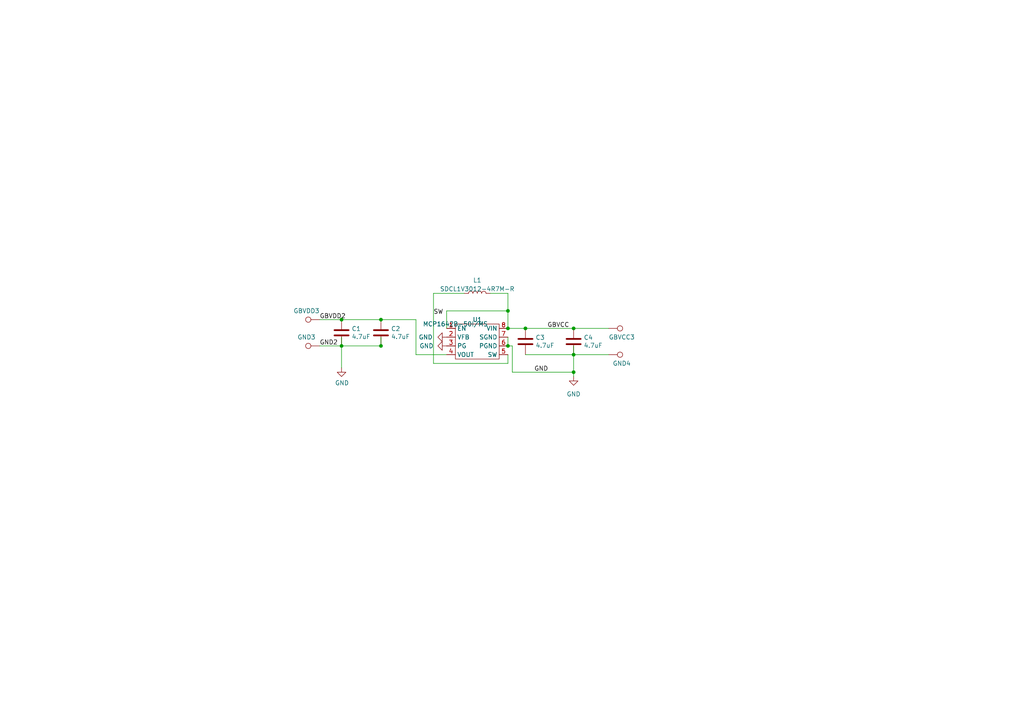
<source format=kicad_sch>
(kicad_sch
	(version 20231120)
	(generator "eeschema")
	(generator_version "8.0")
	(uuid "58101d6f-b627-42f5-ab2a-05bbd018c981")
	(paper "A4")
	(lib_symbols
		(symbol "Connector:TestPoint"
			(pin_numbers hide)
			(pin_names
				(offset 0.762) hide)
			(exclude_from_sim no)
			(in_bom yes)
			(on_board yes)
			(property "Reference" "TP"
				(at 0 6.858 0)
				(effects
					(font
						(size 1.27 1.27)
					)
				)
			)
			(property "Value" "TestPoint"
				(at 0 5.08 0)
				(effects
					(font
						(size 1.27 1.27)
					)
				)
			)
			(property "Footprint" ""
				(at 5.08 0 0)
				(effects
					(font
						(size 1.27 1.27)
					)
					(hide yes)
				)
			)
			(property "Datasheet" "~"
				(at 5.08 0 0)
				(effects
					(font
						(size 1.27 1.27)
					)
					(hide yes)
				)
			)
			(property "Description" "test point"
				(at 0 0 0)
				(effects
					(font
						(size 1.27 1.27)
					)
					(hide yes)
				)
			)
			(property "ki_keywords" "test point tp"
				(at 0 0 0)
				(effects
					(font
						(size 1.27 1.27)
					)
					(hide yes)
				)
			)
			(property "ki_fp_filters" "Pin* Test*"
				(at 0 0 0)
				(effects
					(font
						(size 1.27 1.27)
					)
					(hide yes)
				)
			)
			(symbol "TestPoint_0_1"
				(circle
					(center 0 3.302)
					(radius 0.762)
					(stroke
						(width 0)
						(type default)
					)
					(fill
						(type none)
					)
				)
			)
			(symbol "TestPoint_1_1"
				(pin passive line
					(at 0 0 90)
					(length 2.54)
					(name "1"
						(effects
							(font
								(size 1.27 1.27)
							)
						)
					)
					(number "1"
						(effects
							(font
								(size 1.27 1.27)
							)
						)
					)
				)
			)
		)
		(symbol "Device:C"
			(pin_numbers hide)
			(pin_names
				(offset 0.254)
			)
			(exclude_from_sim no)
			(in_bom yes)
			(on_board yes)
			(property "Reference" "C"
				(at 0.635 2.54 0)
				(effects
					(font
						(size 1.27 1.27)
					)
					(justify left)
				)
			)
			(property "Value" "C"
				(at 0.635 -2.54 0)
				(effects
					(font
						(size 1.27 1.27)
					)
					(justify left)
				)
			)
			(property "Footprint" ""
				(at 0.9652 -3.81 0)
				(effects
					(font
						(size 1.27 1.27)
					)
					(hide yes)
				)
			)
			(property "Datasheet" "~"
				(at 0 0 0)
				(effects
					(font
						(size 1.27 1.27)
					)
					(hide yes)
				)
			)
			(property "Description" "Unpolarized capacitor"
				(at 0 0 0)
				(effects
					(font
						(size 1.27 1.27)
					)
					(hide yes)
				)
			)
			(property "ki_keywords" "cap capacitor"
				(at 0 0 0)
				(effects
					(font
						(size 1.27 1.27)
					)
					(hide yes)
				)
			)
			(property "ki_fp_filters" "C_*"
				(at 0 0 0)
				(effects
					(font
						(size 1.27 1.27)
					)
					(hide yes)
				)
			)
			(symbol "C_0_1"
				(polyline
					(pts
						(xy -2.032 -0.762) (xy 2.032 -0.762)
					)
					(stroke
						(width 0.508)
						(type default)
					)
					(fill
						(type none)
					)
				)
				(polyline
					(pts
						(xy -2.032 0.762) (xy 2.032 0.762)
					)
					(stroke
						(width 0.508)
						(type default)
					)
					(fill
						(type none)
					)
				)
			)
			(symbol "C_1_1"
				(pin passive line
					(at 0 3.81 270)
					(length 2.794)
					(name "~"
						(effects
							(font
								(size 1.27 1.27)
							)
						)
					)
					(number "1"
						(effects
							(font
								(size 1.27 1.27)
							)
						)
					)
				)
				(pin passive line
					(at 0 -3.81 90)
					(length 2.794)
					(name "~"
						(effects
							(font
								(size 1.27 1.27)
							)
						)
					)
					(number "2"
						(effects
							(font
								(size 1.27 1.27)
							)
						)
					)
				)
			)
		)
		(symbol "Device:L"
			(pin_numbers hide)
			(pin_names
				(offset 1.016) hide)
			(exclude_from_sim no)
			(in_bom yes)
			(on_board yes)
			(property "Reference" "L"
				(at -1.27 0 90)
				(effects
					(font
						(size 1.27 1.27)
					)
				)
			)
			(property "Value" "L"
				(at 1.905 0 90)
				(effects
					(font
						(size 1.27 1.27)
					)
				)
			)
			(property "Footprint" ""
				(at 0 0 0)
				(effects
					(font
						(size 1.27 1.27)
					)
					(hide yes)
				)
			)
			(property "Datasheet" "~"
				(at 0 0 0)
				(effects
					(font
						(size 1.27 1.27)
					)
					(hide yes)
				)
			)
			(property "Description" "Inductor"
				(at 0 0 0)
				(effects
					(font
						(size 1.27 1.27)
					)
					(hide yes)
				)
			)
			(property "ki_keywords" "inductor choke coil reactor magnetic"
				(at 0 0 0)
				(effects
					(font
						(size 1.27 1.27)
					)
					(hide yes)
				)
			)
			(property "ki_fp_filters" "Choke_* *Coil* Inductor_* L_*"
				(at 0 0 0)
				(effects
					(font
						(size 1.27 1.27)
					)
					(hide yes)
				)
			)
			(symbol "L_0_1"
				(arc
					(start 0 -2.54)
					(mid 0.6323 -1.905)
					(end 0 -1.27)
					(stroke
						(width 0)
						(type default)
					)
					(fill
						(type none)
					)
				)
				(arc
					(start 0 -1.27)
					(mid 0.6323 -0.635)
					(end 0 0)
					(stroke
						(width 0)
						(type default)
					)
					(fill
						(type none)
					)
				)
				(arc
					(start 0 0)
					(mid 0.6323 0.635)
					(end 0 1.27)
					(stroke
						(width 0)
						(type default)
					)
					(fill
						(type none)
					)
				)
				(arc
					(start 0 1.27)
					(mid 0.6323 1.905)
					(end 0 2.54)
					(stroke
						(width 0)
						(type default)
					)
					(fill
						(type none)
					)
				)
			)
			(symbol "L_1_1"
				(pin passive line
					(at 0 3.81 270)
					(length 1.27)
					(name "1"
						(effects
							(font
								(size 1.27 1.27)
							)
						)
					)
					(number "1"
						(effects
							(font
								(size 1.27 1.27)
							)
						)
					)
				)
				(pin passive line
					(at 0 -3.81 90)
					(length 1.27)
					(name "2"
						(effects
							(font
								(size 1.27 1.27)
							)
						)
					)
					(number "2"
						(effects
							(font
								(size 1.27 1.27)
							)
						)
					)
				)
			)
		)
		(symbol "MCP1642:MCP1642"
			(exclude_from_sim no)
			(in_bom yes)
			(on_board yes)
			(property "Reference" "U"
				(at 5.08 2.54 0)
				(effects
					(font
						(size 1.27 1.27)
					)
				)
			)
			(property "Value" ""
				(at 0 0 0)
				(effects
					(font
						(size 1.27 1.27)
					)
				)
			)
			(property "Footprint" ""
				(at 0 0 0)
				(effects
					(font
						(size 1.27 1.27)
					)
					(hide yes)
				)
			)
			(property "Datasheet" ""
				(at 0 0 0)
				(effects
					(font
						(size 1.27 1.27)
					)
					(hide yes)
				)
			)
			(property "Description" ""
				(at 0 0 0)
				(effects
					(font
						(size 1.27 1.27)
					)
					(hide yes)
				)
			)
			(symbol "MCP1642_0_1"
				(rectangle
					(start 0 0)
					(end 12.7 -10.16)
					(stroke
						(width 0)
						(type default)
					)
					(fill
						(type none)
					)
				)
			)
			(symbol "MCP1642_1_1"
				(pin output line
					(at -2.54 -1.27 0)
					(length 2.54)
					(name "EN"
						(effects
							(font
								(size 1.27 1.27)
							)
						)
					)
					(number "1"
						(effects
							(font
								(size 1.27 1.27)
							)
						)
					)
				)
				(pin output line
					(at -2.54 -3.81 0)
					(length 2.54)
					(name "VFB"
						(effects
							(font
								(size 1.27 1.27)
							)
						)
					)
					(number "2"
						(effects
							(font
								(size 1.27 1.27)
							)
						)
					)
				)
				(pin output line
					(at -2.54 -6.35 0)
					(length 2.54)
					(name "PG"
						(effects
							(font
								(size 1.27 1.27)
							)
						)
					)
					(number "3"
						(effects
							(font
								(size 1.27 1.27)
							)
						)
					)
				)
				(pin output line
					(at -2.54 -8.89 0)
					(length 2.54)
					(name "VOUT"
						(effects
							(font
								(size 1.27 1.27)
							)
						)
					)
					(number "4"
						(effects
							(font
								(size 1.27 1.27)
							)
						)
					)
				)
				(pin output line
					(at 15.24 -8.89 180)
					(length 2.54)
					(name "SW"
						(effects
							(font
								(size 1.27 1.27)
							)
						)
					)
					(number "5"
						(effects
							(font
								(size 1.27 1.27)
							)
						)
					)
				)
				(pin output line
					(at 15.24 -6.35 180)
					(length 2.54)
					(name "PGND"
						(effects
							(font
								(size 1.27 1.27)
							)
						)
					)
					(number "6"
						(effects
							(font
								(size 1.27 1.27)
							)
						)
					)
				)
				(pin output line
					(at 15.24 -3.81 180)
					(length 2.54)
					(name "SGND"
						(effects
							(font
								(size 1.27 1.27)
							)
						)
					)
					(number "7"
						(effects
							(font
								(size 1.27 1.27)
							)
						)
					)
				)
				(pin input line
					(at 15.24 -1.27 180)
					(length 2.54)
					(name "VIN"
						(effects
							(font
								(size 1.27 1.27)
							)
						)
					)
					(number "8"
						(effects
							(font
								(size 1.27 1.27)
							)
						)
					)
				)
			)
		)
		(symbol "power:GND"
			(power)
			(pin_names
				(offset 0)
			)
			(exclude_from_sim no)
			(in_bom yes)
			(on_board yes)
			(property "Reference" "#PWR"
				(at 0 -6.35 0)
				(effects
					(font
						(size 1.27 1.27)
					)
					(hide yes)
				)
			)
			(property "Value" "GND"
				(at 0 -3.81 0)
				(effects
					(font
						(size 1.27 1.27)
					)
				)
			)
			(property "Footprint" ""
				(at 0 0 0)
				(effects
					(font
						(size 1.27 1.27)
					)
					(hide yes)
				)
			)
			(property "Datasheet" ""
				(at 0 0 0)
				(effects
					(font
						(size 1.27 1.27)
					)
					(hide yes)
				)
			)
			(property "Description" "Power symbol creates a global label with name \"GND\" , ground"
				(at 0 0 0)
				(effects
					(font
						(size 1.27 1.27)
					)
					(hide yes)
				)
			)
			(property "ki_keywords" "global power"
				(at 0 0 0)
				(effects
					(font
						(size 1.27 1.27)
					)
					(hide yes)
				)
			)
			(symbol "GND_0_1"
				(polyline
					(pts
						(xy 0 0) (xy 0 -1.27) (xy 1.27 -1.27) (xy 0 -2.54) (xy -1.27 -1.27) (xy 0 -1.27)
					)
					(stroke
						(width 0)
						(type default)
					)
					(fill
						(type none)
					)
				)
			)
			(symbol "GND_1_1"
				(pin power_in line
					(at 0 0 270)
					(length 0) hide
					(name "GND"
						(effects
							(font
								(size 1.27 1.27)
							)
						)
					)
					(number "1"
						(effects
							(font
								(size 1.27 1.27)
							)
						)
					)
				)
			)
		)
	)
	(junction
		(at 99.06 92.71)
		(diameter 0)
		(color 0 0 0 0)
		(uuid "032dc722-de35-459d-8886-f6e8f077b9dc")
	)
	(junction
		(at 147.32 100.33)
		(diameter 0)
		(color 0 0 0 0)
		(uuid "408ecd93-550c-49de-a093-4690c1ff1e67")
	)
	(junction
		(at 110.49 92.71)
		(diameter 0)
		(color 0 0 0 0)
		(uuid "644cc006-0649-4ae1-adf3-56dc9530efff")
	)
	(junction
		(at 147.32 95.25)
		(diameter 0)
		(color 0 0 0 0)
		(uuid "8082a542-e344-4597-afd9-cfdc7bb4b86d")
	)
	(junction
		(at 110.49 100.33)
		(diameter 0)
		(color 0 0 0 0)
		(uuid "967e0d04-0b1f-4f67-af0f-cd217a6c8baa")
	)
	(junction
		(at 152.4 95.25)
		(diameter 0)
		(color 0 0 0 0)
		(uuid "9bef8aa2-6349-4318-8228-9c60116edd4f")
	)
	(junction
		(at 166.37 102.87)
		(diameter 0)
		(color 0 0 0 0)
		(uuid "9ce8029e-80bb-42e5-a3b1-f4f6d5dcc180")
	)
	(junction
		(at 166.37 107.95)
		(diameter 0)
		(color 0 0 0 0)
		(uuid "bdfbd0c8-c514-4c35-b16a-b3f8b2b6024a")
	)
	(junction
		(at 166.37 95.25)
		(diameter 0)
		(color 0 0 0 0)
		(uuid "c53bcd3a-f609-4667-aa89-fd94052344ae")
	)
	(junction
		(at 147.32 90.17)
		(diameter 0)
		(color 0 0 0 0)
		(uuid "e2b09df9-68fc-45c9-8c03-dc753fb83dd2")
	)
	(junction
		(at 99.06 100.33)
		(diameter 0)
		(color 0 0 0 0)
		(uuid "ef82dc80-812f-462b-9d1c-9417adf7c41e")
	)
	(wire
		(pts
			(xy 147.32 85.09) (xy 147.32 90.17)
		)
		(stroke
			(width 0)
			(type default)
		)
		(uuid "0475b886-77fd-41ba-8ba8-668a2ecde9e8")
	)
	(wire
		(pts
			(xy 110.49 97.79) (xy 110.49 100.33)
		)
		(stroke
			(width 0)
			(type default)
		)
		(uuid "06a6ec2f-f41f-4445-a034-c9c48e28d744")
	)
	(wire
		(pts
			(xy 92.71 100.33) (xy 99.06 100.33)
		)
		(stroke
			(width 0)
			(type default)
		)
		(uuid "0daa424a-effe-40bc-a867-da2559ebd791")
	)
	(wire
		(pts
			(xy 99.06 97.79) (xy 99.06 100.33)
		)
		(stroke
			(width 0)
			(type default)
		)
		(uuid "16ccf09e-aa46-43c0-beaf-aa03d4b37307")
	)
	(wire
		(pts
			(xy 166.37 107.95) (xy 166.37 109.22)
		)
		(stroke
			(width 0)
			(type default)
		)
		(uuid "191e23bd-b6b0-4aa5-adf0-106aeec6db58")
	)
	(wire
		(pts
			(xy 152.4 102.87) (xy 166.37 102.87)
		)
		(stroke
			(width 0)
			(type default)
		)
		(uuid "249ccc0b-e66d-4a69-bdaa-9938c8363cf6")
	)
	(wire
		(pts
			(xy 148.59 100.33) (xy 148.59 107.95)
		)
		(stroke
			(width 0)
			(type default)
		)
		(uuid "2ff6d91b-9729-4842-922c-c1d3f62e6dc8")
	)
	(wire
		(pts
			(xy 120.65 102.87) (xy 120.65 92.71)
		)
		(stroke
			(width 0)
			(type default)
		)
		(uuid "3148f6bd-bde3-4a9c-aa01-5e5fb8630b5c")
	)
	(wire
		(pts
			(xy 147.32 90.17) (xy 129.54 90.17)
		)
		(stroke
			(width 0)
			(type default)
		)
		(uuid "368910ab-12d0-4a2f-9b32-a44df2590943")
	)
	(wire
		(pts
			(xy 166.37 102.87) (xy 176.53 102.87)
		)
		(stroke
			(width 0)
			(type default)
		)
		(uuid "3723eee7-6ac6-4b7a-832b-1dd078aa213d")
	)
	(wire
		(pts
			(xy 152.4 95.25) (xy 147.32 95.25)
		)
		(stroke
			(width 0)
			(type default)
		)
		(uuid "46000e22-134d-40bf-a516-35606cdebb22")
	)
	(wire
		(pts
			(xy 99.06 100.33) (xy 110.49 100.33)
		)
		(stroke
			(width 0)
			(type default)
		)
		(uuid "4c139286-88bc-4d70-bc01-0a6ee0073800")
	)
	(wire
		(pts
			(xy 147.32 105.41) (xy 125.73 105.41)
		)
		(stroke
			(width 0)
			(type default)
		)
		(uuid "4d410d6c-feed-46eb-baf8-ab4e6b10a8b7")
	)
	(wire
		(pts
			(xy 147.32 102.87) (xy 147.32 105.41)
		)
		(stroke
			(width 0)
			(type default)
		)
		(uuid "55fb8db1-7b23-4b1d-8593-0c96f9f77e8e")
	)
	(wire
		(pts
			(xy 120.65 102.87) (xy 129.54 102.87)
		)
		(stroke
			(width 0)
			(type default)
		)
		(uuid "69c7e307-3343-4166-aa62-49886c9aa91f")
	)
	(wire
		(pts
			(xy 142.24 85.09) (xy 147.32 85.09)
		)
		(stroke
			(width 0)
			(type default)
		)
		(uuid "6b1a7832-bfb3-4c7e-b5ce-99e68392949c")
	)
	(wire
		(pts
			(xy 99.06 100.33) (xy 99.06 106.68)
		)
		(stroke
			(width 0)
			(type default)
		)
		(uuid "71ebf913-0adc-47a1-b219-90abfdb61832")
	)
	(wire
		(pts
			(xy 92.71 92.71) (xy 99.06 92.71)
		)
		(stroke
			(width 0)
			(type default)
		)
		(uuid "866ecd6c-6ade-45d6-a35d-4e7208a59e48")
	)
	(wire
		(pts
			(xy 147.32 100.33) (xy 148.59 100.33)
		)
		(stroke
			(width 0)
			(type default)
		)
		(uuid "91b34994-a578-4c99-9a83-674bf6a1232b")
	)
	(wire
		(pts
			(xy 110.49 92.71) (xy 120.65 92.71)
		)
		(stroke
			(width 0)
			(type default)
		)
		(uuid "97daec1e-0df0-47f1-b146-93cf00505097")
	)
	(wire
		(pts
			(xy 152.4 95.25) (xy 166.37 95.25)
		)
		(stroke
			(width 0)
			(type default)
		)
		(uuid "a84577cc-aecf-4862-82e1-ecb75187d723")
	)
	(wire
		(pts
			(xy 148.59 107.95) (xy 166.37 107.95)
		)
		(stroke
			(width 0)
			(type default)
		)
		(uuid "af754741-f100-4814-8d88-14f0918ea312")
	)
	(wire
		(pts
			(xy 166.37 95.25) (xy 176.53 95.25)
		)
		(stroke
			(width 0)
			(type default)
		)
		(uuid "bcf5dd90-fb1c-4284-bb3c-af0976e5019b")
	)
	(wire
		(pts
			(xy 147.32 97.79) (xy 147.32 100.33)
		)
		(stroke
			(width 0)
			(type default)
		)
		(uuid "bdf4101f-3396-4200-9cb5-99ba2951cd54")
	)
	(wire
		(pts
			(xy 125.73 85.09) (xy 125.73 105.41)
		)
		(stroke
			(width 0)
			(type default)
		)
		(uuid "c9407a5d-4e87-489d-9433-5bd309ad8956")
	)
	(wire
		(pts
			(xy 99.06 92.71) (xy 110.49 92.71)
		)
		(stroke
			(width 0)
			(type default)
		)
		(uuid "d441b71f-2fc7-4663-a369-cb1370318672")
	)
	(wire
		(pts
			(xy 125.73 85.09) (xy 134.62 85.09)
		)
		(stroke
			(width 0)
			(type default)
		)
		(uuid "de664bd3-c3e5-4631-9027-88543dd8cc2d")
	)
	(wire
		(pts
			(xy 147.32 90.17) (xy 147.32 95.25)
		)
		(stroke
			(width 0)
			(type default)
		)
		(uuid "e5b12d70-6021-4dd6-b0b4-1729a75d38b4")
	)
	(wire
		(pts
			(xy 166.37 100.33) (xy 166.37 102.87)
		)
		(stroke
			(width 0)
			(type default)
		)
		(uuid "f5df3ad3-ca44-4a47-807b-b97fe05ff7f2")
	)
	(wire
		(pts
			(xy 166.37 102.87) (xy 166.37 107.95)
		)
		(stroke
			(width 0)
			(type default)
		)
		(uuid "f878e33e-4482-4b4d-a5f0-3180c26c9ee8")
	)
	(wire
		(pts
			(xy 129.54 90.17) (xy 129.54 95.25)
		)
		(stroke
			(width 0)
			(type default)
		)
		(uuid "ffd16363-96a0-476e-9711-da1705a2d995")
	)
	(label "SW"
		(at 125.73 91.44 0)
		(fields_autoplaced yes)
		(effects
			(font
				(size 1.27 1.27)
			)
			(justify left bottom)
		)
		(uuid "4bd3576b-221f-4006-8483-e4495c590be8")
		(property "SW" ""
			(at 119.38 93.98 0)
			(effects
				(font
					(size 1.27 1.27)
					(italic yes)
				)
				(justify left)
			)
		)
	)
	(label "GND"
		(at 154.94 107.95 0)
		(fields_autoplaced yes)
		(effects
			(font
				(size 1.27 1.27)
			)
			(justify left bottom)
		)
		(uuid "7232d644-2f86-4a3d-af17-b2969d312391")
		(property "GND" ""
			(at 154.94 109.22 0)
			(effects
				(font
					(size 1.27 1.27)
					(italic yes)
				)
				(justify left)
			)
		)
	)
	(label "GND2"
		(at 92.71 100.33 0)
		(fields_autoplaced yes)
		(effects
			(font
				(size 1.27 1.27)
			)
			(justify left bottom)
		)
		(uuid "d14a753d-e34d-41ed-9994-37bffdf6c538")
		(property "GND" ""
			(at 92.71 101.6 0)
			(effects
				(font
					(size 1.27 1.27)
					(italic yes)
				)
				(justify left)
			)
		)
	)
	(label "GBVDD2"
		(at 92.71 92.71 0)
		(fields_autoplaced yes)
		(effects
			(font
				(size 1.27 1.27)
			)
			(justify left bottom)
		)
		(uuid "eb968286-f959-44b5-b899-6d35664322ae")
		(property "GBVDD" ""
			(at 92.71 93.98 0)
			(effects
				(font
					(size 1.27 1.27)
					(italic yes)
				)
				(justify left)
			)
		)
	)
	(label "GBVCC"
		(at 158.75 95.25 0)
		(fields_autoplaced yes)
		(effects
			(font
				(size 1.27 1.27)
			)
			(justify left bottom)
		)
		(uuid "f0bc3555-c73b-42f8-9194-4e431265e4f9")
		(property "GBVCC" ""
			(at 158.75 96.52 0)
			(effects
				(font
					(size 1.27 1.27)
					(italic yes)
				)
				(justify left)
			)
		)
	)
	(symbol
		(lib_id "power:GND")
		(at 99.06 106.68 0)
		(unit 1)
		(exclude_from_sim no)
		(in_bom yes)
		(on_board yes)
		(dnp no)
		(uuid "097a71d6-d626-41cf-b8e4-0193cb33b8b3")
		(property "Reference" "#PWR02"
			(at 99.06 113.03 0)
			(effects
				(font
					(size 1.27 1.27)
				)
				(hide yes)
			)
		)
		(property "Value" "GND"
			(at 99.187 111.0742 0)
			(effects
				(font
					(size 1.27 1.27)
				)
			)
		)
		(property "Footprint" ""
			(at 99.06 106.68 0)
			(effects
				(font
					(size 1.27 1.27)
				)
				(hide yes)
			)
		)
		(property "Datasheet" ""
			(at 99.06 106.68 0)
			(effects
				(font
					(size 1.27 1.27)
				)
				(hide yes)
			)
		)
		(property "Description" ""
			(at 99.06 106.68 0)
			(effects
				(font
					(size 1.27 1.27)
				)
				(hide yes)
			)
		)
		(pin "1"
			(uuid "5bd560cb-82f0-4dcb-a4ff-65be263357ff")
		)
		(instances
			(project "SGR"
				(path "/58101d6f-b627-42f5-ab2a-05bbd018c981"
					(reference "#PWR02")
					(unit 1)
				)
			)
			(project "MCP1642 Eval Board"
				(path "/8534c279-c370-4209-890e-277562d9bca0"
					(reference "#PWR02")
					(unit 1)
				)
			)
		)
	)
	(symbol
		(lib_id "power:GND")
		(at 166.37 109.22 0)
		(unit 1)
		(exclude_from_sim no)
		(in_bom yes)
		(on_board yes)
		(dnp no)
		(fields_autoplaced yes)
		(uuid "161e6af6-9083-4cc4-b76b-420177659516")
		(property "Reference" "#PWR01"
			(at 166.37 115.57 0)
			(effects
				(font
					(size 1.27 1.27)
				)
				(hide yes)
			)
		)
		(property "Value" "GND"
			(at 166.37 114.3 0)
			(effects
				(font
					(size 1.27 1.27)
				)
			)
		)
		(property "Footprint" ""
			(at 166.37 109.22 0)
			(effects
				(font
					(size 1.27 1.27)
				)
				(hide yes)
			)
		)
		(property "Datasheet" ""
			(at 166.37 109.22 0)
			(effects
				(font
					(size 1.27 1.27)
				)
				(hide yes)
			)
		)
		(property "Description" ""
			(at 166.37 109.22 0)
			(effects
				(font
					(size 1.27 1.27)
				)
				(hide yes)
			)
		)
		(pin "1"
			(uuid "dd5fb96e-b06c-4b15-8b21-0cab64d679d0")
		)
		(instances
			(project "SGR"
				(path "/58101d6f-b627-42f5-ab2a-05bbd018c981"
					(reference "#PWR01")
					(unit 1)
				)
			)
		)
	)
	(symbol
		(lib_id "Device:L")
		(at 138.43 85.09 90)
		(unit 1)
		(exclude_from_sim no)
		(in_bom yes)
		(on_board yes)
		(dnp no)
		(uuid "2425d412-527f-4029-839c-29d1c857ec96")
		(property "Reference" "L1"
			(at 138.43 81.28 90)
			(effects
				(font
					(size 1.27 1.27)
				)
			)
		)
		(property "Value" "SDCL1V3012-4R7M-R"
			(at 138.43 83.82 90)
			(effects
				(font
					(size 1.27 1.27)
				)
			)
		)
		(property "Footprint" "KiCad_Foot:INDUCTOR3x3"
			(at 138.43 85.09 0)
			(effects
				(font
					(size 1.27 1.27)
				)
				(hide yes)
			)
		)
		(property "Datasheet" "https://www.eaton.com/content/dam/eaton/products/electronic-components/resources/data-sheet/eaton-sdcl1v30-semi-shielded-smt-power-inductor-data-sheet-elx1031-en.pdf"
			(at 138.43 85.09 0)
			(effects
				(font
					(size 1.27 1.27)
				)
				(hide yes)
			)
		)
		(property "Description" ""
			(at 138.43 85.09 0)
			(effects
				(font
					(size 1.27 1.27)
				)
				(hide yes)
			)
		)
		(pin "1"
			(uuid "416d5adb-b27b-4de4-95f2-ae1ef1314177")
		)
		(pin "2"
			(uuid "c7346665-f38c-4c27-8576-497414cfbcae")
		)
		(instances
			(project "SGR"
				(path "/58101d6f-b627-42f5-ab2a-05bbd018c981"
					(reference "L1")
					(unit 1)
				)
			)
		)
	)
	(symbol
		(lib_id "Device:C")
		(at 166.37 99.06 0)
		(unit 1)
		(exclude_from_sim no)
		(in_bom yes)
		(on_board yes)
		(dnp no)
		(uuid "30bfea25-1901-47c4-b3f0-de809af5b328")
		(property "Reference" "C4"
			(at 169.291 97.8916 0)
			(effects
				(font
					(size 1.27 1.27)
				)
				(justify left)
			)
		)
		(property "Value" "4.7uF"
			(at 169.291 100.203 0)
			(effects
				(font
					(size 1.27 1.27)
				)
				(justify left)
			)
		)
		(property "Footprint" "Capacitor_SMD:C_0805_2012Metric"
			(at 167.3352 102.87 0)
			(effects
				(font
					(size 1.27 1.27)
				)
				(hide yes)
			)
		)
		(property "Datasheet" "~"
			(at 166.37 99.06 0)
			(effects
				(font
					(size 1.27 1.27)
				)
				(hide yes)
			)
		)
		(property "Description" ""
			(at 166.37 99.06 0)
			(effects
				(font
					(size 1.27 1.27)
				)
				(hide yes)
			)
		)
		(property "Manufacturer" "GRM21BR71C475KE51L"
			(at 166.37 99.06 0)
			(effects
				(font
					(size 1.27 1.27)
				)
				(hide yes)
			)
		)
		(property "Mouser" "81-GRM21BR71C475KE1L"
			(at 166.37 99.06 0)
			(effects
				(font
					(size 1.27 1.27)
				)
				(hide yes)
			)
		)
		(pin "1"
			(uuid "d6defe94-fe58-44d4-b119-e6d1d2492430")
		)
		(pin "2"
			(uuid "b47dd645-5870-4d8a-9f33-1eb55bead7a2")
		)
		(instances
			(project "SGR"
				(path "/58101d6f-b627-42f5-ab2a-05bbd018c981"
					(reference "C4")
					(unit 1)
				)
			)
			(project "MCP1642 Eval Board"
				(path "/8534c279-c370-4209-890e-277562d9bca0"
					(reference "C2")
					(unit 1)
				)
			)
		)
	)
	(symbol
		(lib_id "Device:C")
		(at 99.06 96.52 0)
		(unit 1)
		(exclude_from_sim no)
		(in_bom yes)
		(on_board yes)
		(dnp no)
		(uuid "3f082cae-74a6-4bf0-b56a-bba54b770da6")
		(property "Reference" "C1"
			(at 101.981 95.3516 0)
			(effects
				(font
					(size 1.27 1.27)
				)
				(justify left)
			)
		)
		(property "Value" "4.7uF"
			(at 101.981 97.663 0)
			(effects
				(font
					(size 1.27 1.27)
				)
				(justify left)
			)
		)
		(property "Footprint" "Capacitor_SMD:C_0805_2012Metric"
			(at 100.0252 100.33 0)
			(effects
				(font
					(size 1.27 1.27)
				)
				(hide yes)
			)
		)
		(property "Datasheet" "~"
			(at 99.06 96.52 0)
			(effects
				(font
					(size 1.27 1.27)
				)
				(hide yes)
			)
		)
		(property "Description" ""
			(at 99.06 96.52 0)
			(effects
				(font
					(size 1.27 1.27)
				)
				(hide yes)
			)
		)
		(property "Manufacturer" "GRM21BR71C475KE51L"
			(at 2.54 187.96 0)
			(effects
				(font
					(size 1.27 1.27)
				)
				(hide yes)
			)
		)
		(property "Mouser" "81-GRM21BR71C475KE1L"
			(at 2.54 187.96 0)
			(effects
				(font
					(size 1.27 1.27)
				)
				(hide yes)
			)
		)
		(pin "1"
			(uuid "ce7500f2-5684-4a76-afb4-1dbd2cdba1d9")
		)
		(pin "2"
			(uuid "30265052-12a6-4633-bd99-168c61efb419")
		)
		(instances
			(project "SGR"
				(path "/58101d6f-b627-42f5-ab2a-05bbd018c981"
					(reference "C1")
					(unit 1)
				)
			)
			(project "MCP1642 Eval Board"
				(path "/8534c279-c370-4209-890e-277562d9bca0"
					(reference "C1")
					(unit 1)
				)
			)
		)
	)
	(symbol
		(lib_id "Device:C")
		(at 152.4 99.06 0)
		(unit 1)
		(exclude_from_sim no)
		(in_bom yes)
		(on_board yes)
		(dnp no)
		(uuid "578a6fff-e0bd-45c1-8937-3eb010063edc")
		(property "Reference" "C3"
			(at 155.321 97.8916 0)
			(effects
				(font
					(size 1.27 1.27)
				)
				(justify left)
			)
		)
		(property "Value" "4.7uF"
			(at 155.321 100.203 0)
			(effects
				(font
					(size 1.27 1.27)
				)
				(justify left)
			)
		)
		(property "Footprint" "Capacitor_SMD:C_0805_2012Metric"
			(at 153.3652 102.87 0)
			(effects
				(font
					(size 1.27 1.27)
				)
				(hide yes)
			)
		)
		(property "Datasheet" "~"
			(at 152.4 99.06 0)
			(effects
				(font
					(size 1.27 1.27)
				)
				(hide yes)
			)
		)
		(property "Description" ""
			(at 152.4 99.06 0)
			(effects
				(font
					(size 1.27 1.27)
				)
				(hide yes)
			)
		)
		(property "Manufacturer" "GRM21BR71C475KE51L"
			(at 55.88 190.5 0)
			(effects
				(font
					(size 1.27 1.27)
				)
				(hide yes)
			)
		)
		(property "Mouser" "81-GRM21BR71C475KE1L"
			(at 55.88 190.5 0)
			(effects
				(font
					(size 1.27 1.27)
				)
				(hide yes)
			)
		)
		(pin "1"
			(uuid "bf7c5966-c265-4d87-9107-e6e63b053158")
		)
		(pin "2"
			(uuid "fee37f7b-85ed-42e1-ab76-909ddb36afa6")
		)
		(instances
			(project "SGR"
				(path "/58101d6f-b627-42f5-ab2a-05bbd018c981"
					(reference "C3")
					(unit 1)
				)
			)
			(project "MCP1642 Eval Board"
				(path "/8534c279-c370-4209-890e-277562d9bca0"
					(reference "C1")
					(unit 1)
				)
			)
		)
	)
	(symbol
		(lib_id "Connector:TestPoint")
		(at 176.53 95.25 270)
		(unit 1)
		(exclude_from_sim no)
		(in_bom yes)
		(on_board yes)
		(dnp no)
		(uuid "6c485100-9112-43ab-b196-983e4f309385")
		(property "Reference" "GBVCC3"
			(at 180.34 97.79 90)
			(effects
				(font
					(size 1.27 1.27)
				)
			)
		)
		(property "Value" "~"
			(at 179.832 97.79 90)
			(effects
				(font
					(size 1.27 1.27)
				)
				(hide yes)
			)
		)
		(property "Footprint" "KiCad_Foot:Hole"
			(at 176.53 100.33 0)
			(effects
				(font
					(size 1.27 1.27)
				)
				(hide yes)
			)
		)
		(property "Datasheet" "~"
			(at 176.53 100.33 0)
			(effects
				(font
					(size 1.27 1.27)
				)
				(hide yes)
			)
		)
		(property "Description" ""
			(at 176.53 95.25 0)
			(effects
				(font
					(size 1.27 1.27)
				)
				(hide yes)
			)
		)
		(pin "1"
			(uuid "ab2505ee-cfc2-4871-9bcb-49802b2b164e")
		)
		(instances
			(project "SGR"
				(path "/58101d6f-b627-42f5-ab2a-05bbd018c981"
					(reference "GBVCC3")
					(unit 1)
				)
			)
		)
	)
	(symbol
		(lib_id "Connector:TestPoint")
		(at 176.53 102.87 270)
		(unit 1)
		(exclude_from_sim no)
		(in_bom yes)
		(on_board yes)
		(dnp no)
		(uuid "8d1cece4-b1db-4f5e-8ee0-b65e57acb2dc")
		(property "Reference" "GND4"
			(at 180.34 105.41 90)
			(effects
				(font
					(size 1.27 1.27)
				)
			)
		)
		(property "Value" "~"
			(at 179.832 105.41 90)
			(effects
				(font
					(size 1.27 1.27)
				)
				(hide yes)
			)
		)
		(property "Footprint" "KiCad_Foot:Hole"
			(at 176.53 107.95 0)
			(effects
				(font
					(size 1.27 1.27)
				)
				(hide yes)
			)
		)
		(property "Datasheet" "~"
			(at 176.53 107.95 0)
			(effects
				(font
					(size 1.27 1.27)
				)
				(hide yes)
			)
		)
		(property "Description" ""
			(at 176.53 102.87 0)
			(effects
				(font
					(size 1.27 1.27)
				)
				(hide yes)
			)
		)
		(pin "1"
			(uuid "76cf273a-5ef7-4135-8302-414d9d1f529d")
		)
		(instances
			(project "SGR"
				(path "/58101d6f-b627-42f5-ab2a-05bbd018c981"
					(reference "GND4")
					(unit 1)
				)
			)
		)
	)
	(symbol
		(lib_id "power:GND")
		(at 129.54 97.79 270)
		(unit 1)
		(exclude_from_sim no)
		(in_bom yes)
		(on_board yes)
		(dnp no)
		(uuid "8d5b913a-dbe4-4c27-bb07-f36be9b4a253")
		(property "Reference" "#PWR03"
			(at 123.19 97.79 0)
			(effects
				(font
					(size 1.27 1.27)
				)
				(hide yes)
			)
		)
		(property "Value" "GND"
			(at 123.444 97.79 90)
			(effects
				(font
					(size 1.27 1.27)
				)
			)
		)
		(property "Footprint" ""
			(at 129.54 97.79 0)
			(effects
				(font
					(size 1.27 1.27)
				)
				(hide yes)
			)
		)
		(property "Datasheet" ""
			(at 129.54 97.79 0)
			(effects
				(font
					(size 1.27 1.27)
				)
				(hide yes)
			)
		)
		(property "Description" ""
			(at 129.54 97.79 0)
			(effects
				(font
					(size 1.27 1.27)
				)
				(hide yes)
			)
		)
		(pin "1"
			(uuid "0cd1a4b0-c638-4a9b-ad93-c43d88876e3b")
		)
		(instances
			(project "SGR"
				(path "/58101d6f-b627-42f5-ab2a-05bbd018c981"
					(reference "#PWR03")
					(unit 1)
				)
			)
		)
	)
	(symbol
		(lib_id "MCP1642:MCP1642")
		(at 132.08 93.98 0)
		(unit 1)
		(exclude_from_sim no)
		(in_bom yes)
		(on_board yes)
		(dnp no)
		(fields_autoplaced yes)
		(uuid "a257fadb-ee7c-4b0e-9d6a-e89388b699d0")
		(property "Reference" "U1"
			(at 138.43 92.71 0)
			(effects
				(font
					(size 1.27 1.27)
				)
			)
		)
		(property "Value" "MCP1642B-50I/MS"
			(at 132.08 93.98 0)
			(effects
				(font
					(size 1.27 1.27)
				)
			)
		)
		(property "Footprint" "Package_SO:MSOP-8_3x3mm_P0.65mm"
			(at 132.08 93.98 0)
			(effects
				(font
					(size 1.27 1.27)
				)
				(hide yes)
			)
		)
		(property "Datasheet" "https://ww1.microchip.com/downloads/aemDocuments/documents/OTH/ProductDocuments/DataSheets/20005253A.pdf"
			(at 132.08 93.98 0)
			(effects
				(font
					(size 1.27 1.27)
				)
				(hide yes)
			)
		)
		(property "Description" ""
			(at 132.08 93.98 0)
			(effects
				(font
					(size 1.27 1.27)
				)
				(hide yes)
			)
		)
		(pin "1"
			(uuid "23e797ab-568c-4d97-bc3f-bfd5381d01e8")
		)
		(pin "2"
			(uuid "aa45a486-c915-4cb2-b4f7-5bcb510cab14")
		)
		(pin "3"
			(uuid "ca8b8c03-8372-4b95-ada6-7a4f565c678a")
		)
		(pin "4"
			(uuid "821be7d1-54c0-4eca-a29c-8d36c2f18eed")
		)
		(pin "5"
			(uuid "56e9ccb5-2c74-46a5-8672-d825b261dd77")
		)
		(pin "6"
			(uuid "3a6b87b5-66b6-477a-9e4a-4fa0bfff959a")
		)
		(pin "7"
			(uuid "103e4452-e0ed-4fc2-a6e6-e8c4fc1c811d")
		)
		(pin "8"
			(uuid "60b4cdc0-6c17-4c28-b88a-c578ba681346")
		)
		(instances
			(project "SGR"
				(path "/58101d6f-b627-42f5-ab2a-05bbd018c981"
					(reference "U1")
					(unit 1)
				)
			)
		)
	)
	(symbol
		(lib_id "Device:C")
		(at 110.49 96.52 0)
		(unit 1)
		(exclude_from_sim no)
		(in_bom yes)
		(on_board yes)
		(dnp no)
		(uuid "bc932fca-3285-4e9e-bffd-d40dbecaa609")
		(property "Reference" "C2"
			(at 113.411 95.3516 0)
			(effects
				(font
					(size 1.27 1.27)
				)
				(justify left)
			)
		)
		(property "Value" "4.7uF"
			(at 113.411 97.663 0)
			(effects
				(font
					(size 1.27 1.27)
				)
				(justify left)
			)
		)
		(property "Footprint" "Capacitor_SMD:C_0805_2012Metric"
			(at 111.4552 100.33 0)
			(effects
				(font
					(size 1.27 1.27)
				)
				(hide yes)
			)
		)
		(property "Datasheet" "~"
			(at 110.49 96.52 0)
			(effects
				(font
					(size 1.27 1.27)
				)
				(hide yes)
			)
		)
		(property "Description" ""
			(at 110.49 96.52 0)
			(effects
				(font
					(size 1.27 1.27)
				)
				(hide yes)
			)
		)
		(property "Manufacturer" "GRM21BR71C475KE51L"
			(at 13.97 187.96 0)
			(effects
				(font
					(size 1.27 1.27)
				)
				(hide yes)
			)
		)
		(property "Mouser" "81-GRM21BR71C475KE1L"
			(at 13.97 187.96 0)
			(effects
				(font
					(size 1.27 1.27)
				)
				(hide yes)
			)
		)
		(pin "1"
			(uuid "021a4de5-04a8-4e64-af52-e18c505183d2")
		)
		(pin "2"
			(uuid "e157a063-3b75-4071-8173-c6f173ac9262")
		)
		(instances
			(project "SGR"
				(path "/58101d6f-b627-42f5-ab2a-05bbd018c981"
					(reference "C2")
					(unit 1)
				)
			)
			(project "MCP1642 Eval Board"
				(path "/8534c279-c370-4209-890e-277562d9bca0"
					(reference "C1")
					(unit 1)
				)
			)
		)
	)
	(symbol
		(lib_id "power:GND")
		(at 129.54 100.33 270)
		(unit 1)
		(exclude_from_sim no)
		(in_bom yes)
		(on_board yes)
		(dnp no)
		(uuid "dad2e742-7da4-4446-b612-fc6e1dbea93a")
		(property "Reference" "#PWR04"
			(at 123.19 100.33 0)
			(effects
				(font
					(size 1.27 1.27)
				)
				(hide yes)
			)
		)
		(property "Value" "GND"
			(at 123.698 100.33 90)
			(effects
				(font
					(size 1.27 1.27)
				)
			)
		)
		(property "Footprint" ""
			(at 129.54 100.33 0)
			(effects
				(font
					(size 1.27 1.27)
				)
				(hide yes)
			)
		)
		(property "Datasheet" ""
			(at 129.54 100.33 0)
			(effects
				(font
					(size 1.27 1.27)
				)
				(hide yes)
			)
		)
		(property "Description" ""
			(at 129.54 100.33 0)
			(effects
				(font
					(size 1.27 1.27)
				)
				(hide yes)
			)
		)
		(pin "1"
			(uuid "0b6aff4f-f6c0-4c88-a7c2-a30b748d79c0")
		)
		(instances
			(project "SGR"
				(path "/58101d6f-b627-42f5-ab2a-05bbd018c981"
					(reference "#PWR04")
					(unit 1)
				)
			)
		)
	)
	(symbol
		(lib_id "Connector:TestPoint")
		(at 92.71 92.71 90)
		(unit 1)
		(exclude_from_sim no)
		(in_bom yes)
		(on_board yes)
		(dnp no)
		(uuid "e382a7e5-911e-4905-964e-7be962b38f55")
		(property "Reference" "GBVDD3"
			(at 88.9 90.17 90)
			(effects
				(font
					(size 1.27 1.27)
				)
			)
		)
		(property "Value" "~"
			(at 89.408 90.17 90)
			(effects
				(font
					(size 1.27 1.27)
				)
				(hide yes)
			)
		)
		(property "Footprint" "KiCad_Foot:Hole"
			(at 92.71 87.63 0)
			(effects
				(font
					(size 1.27 1.27)
				)
				(hide yes)
			)
		)
		(property "Datasheet" "~"
			(at 92.71 87.63 0)
			(effects
				(font
					(size 1.27 1.27)
				)
				(hide yes)
			)
		)
		(property "Description" ""
			(at 92.71 92.71 0)
			(effects
				(font
					(size 1.27 1.27)
				)
				(hide yes)
			)
		)
		(pin "1"
			(uuid "310e09ee-1157-40f7-931e-d30f9331c4b6")
		)
		(instances
			(project "SGR"
				(path "/58101d6f-b627-42f5-ab2a-05bbd018c981"
					(reference "GBVDD3")
					(unit 1)
				)
			)
		)
	)
	(symbol
		(lib_id "Connector:TestPoint")
		(at 92.71 100.33 90)
		(unit 1)
		(exclude_from_sim no)
		(in_bom yes)
		(on_board yes)
		(dnp no)
		(uuid "f3264173-583b-46e7-9ec9-c4a7c1c42402")
		(property "Reference" "GND3"
			(at 88.9 97.79 90)
			(effects
				(font
					(size 1.27 1.27)
				)
			)
		)
		(property "Value" "~"
			(at 89.408 97.79 90)
			(effects
				(font
					(size 1.27 1.27)
				)
				(hide yes)
			)
		)
		(property "Footprint" "KiCad_Foot:Hole"
			(at 92.71 95.25 0)
			(effects
				(font
					(size 1.27 1.27)
				)
				(hide yes)
			)
		)
		(property "Datasheet" "~"
			(at 92.71 95.25 0)
			(effects
				(font
					(size 1.27 1.27)
				)
				(hide yes)
			)
		)
		(property "Description" ""
			(at 92.71 100.33 0)
			(effects
				(font
					(size 1.27 1.27)
				)
				(hide yes)
			)
		)
		(pin "1"
			(uuid "fed854f9-8a95-40a9-99dd-e223af509e98")
		)
		(instances
			(project "SGR"
				(path "/58101d6f-b627-42f5-ab2a-05bbd018c981"
					(reference "GND3")
					(unit 1)
				)
			)
		)
	)
	(sheet_instances
		(path "/"
			(page "1")
		)
	)
)

</source>
